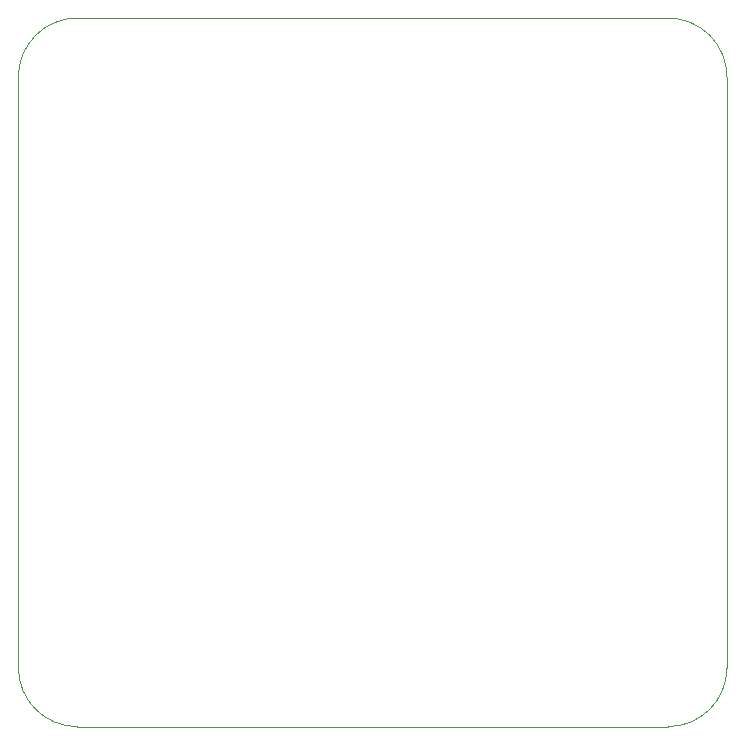
<source format=gbr>
%TF.GenerationSoftware,KiCad,Pcbnew,8.0.8*%
%TF.CreationDate,2025-01-29T06:10:27+01:00*%
%TF.ProjectId,ProjetCorps,50726f6a-6574-4436-9f72-70732e6b6963,rev?*%
%TF.SameCoordinates,Original*%
%TF.FileFunction,Profile,NP*%
%FSLAX46Y46*%
G04 Gerber Fmt 4.6, Leading zero omitted, Abs format (unit mm)*
G04 Created by KiCad (PCBNEW 8.0.8) date 2025-01-29 06:10:27*
%MOMM*%
%LPD*%
G01*
G04 APERTURE LIST*
%TA.AperFunction,Profile*%
%ADD10C,0.100000*%
%TD*%
G04 APERTURE END LIST*
D10*
X50000000Y-100000000D02*
X46000000Y-100000000D01*
X40000000Y-45000000D02*
G75*
G02*
X45000000Y-40000000I5000000J0D01*
G01*
X90000000Y-40000000D02*
X50000000Y-40000000D01*
X45000000Y-100000000D02*
G75*
G02*
X40000000Y-95000000I0J5000000D01*
G01*
X100000000Y-95000000D02*
G75*
G02*
X95000000Y-100000000I-5000000J0D01*
G01*
X40000000Y-94000000D02*
X40000000Y-95000000D01*
X95000000Y-100000000D02*
X90000000Y-100000000D01*
X40000000Y-94000000D02*
X40000000Y-90000000D01*
X45000000Y-40000000D02*
X50000000Y-40000000D01*
X100000000Y-45000000D02*
X100000000Y-50000000D01*
X50000000Y-100000000D02*
X90000000Y-100000000D01*
X46000000Y-100000000D02*
X45000000Y-100000000D01*
X95000000Y-40000000D02*
X90000000Y-40000000D01*
X100000000Y-90000000D02*
X100000000Y-50000000D01*
X100000000Y-95000000D02*
X100000000Y-90000000D01*
X95000000Y-40000000D02*
G75*
G02*
X100000000Y-45000000I0J-5000000D01*
G01*
X40000000Y-50000000D02*
X40000000Y-90000000D01*
X40000000Y-45000000D02*
X40000000Y-50000000D01*
M02*

</source>
